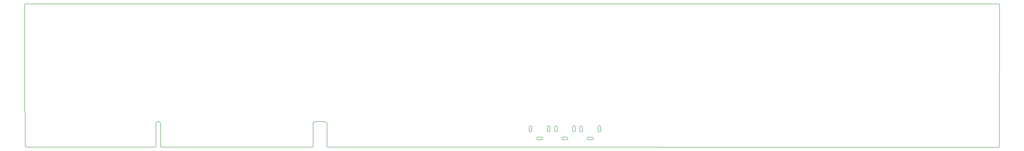
<source format=gbr>
%FSLAX34Y34*%
%MOMM*%
%LNOUTLINE*%
G71*
G01*
%ADD10C,0.150*%
%LPD*%
G54D10*
X550848Y-599081D02*
X550859Y-506609D01*
G54D10*
G75*
G01X570681Y-506609D02*
G03X550881Y-506609I-9900J0D01*
G01*
G54D10*
G75*
G01X547673Y-602256D02*
G03X550848Y-599081I0J3175D01*
G01*
G54D10*
X12400Y-10022D02*
X4029214Y-10024D01*
G54D10*
X547673Y-602256D02*
X15475Y-601859D01*
G54D10*
G75*
G01X12300Y-598684D02*
G03X15475Y-601859I3175J0D01*
G01*
G54D10*
X12300Y-598684D02*
X12300Y-462159D01*
X9125Y-452634D01*
X9225Y-13197D01*
G54D10*
X570681Y-599081D02*
X570670Y-506609D01*
G54D10*
G75*
G01X1196564Y-602256D02*
G03X1199738Y-599081I0J3175D01*
G01*
G54D10*
X1196564Y-602256D02*
X573878Y-601859D01*
G54D10*
G75*
G01X570704Y-598684D02*
G03X573878Y-601859I3174J0D01*
G01*
G54D10*
X1199738Y-599081D02*
X1199750Y-506609D01*
G54D10*
G75*
G01X1209672Y-496709D02*
G03X1199772Y-506609I0J-9900D01*
G01*
G54D10*
X1209672Y-496709D02*
X1247352Y-496708D01*
G54D10*
X1257286Y-599080D02*
X1257274Y-506608D01*
G54D10*
G75*
G01X1257252Y-506608D02*
G03X1247352Y-496708I-9900J0D01*
G01*
G54D10*
G75*
G01X1257286Y-599079D02*
G03X1260462Y-602254I3176J0D01*
G01*
G54D10*
X4028880Y-602653D02*
X1260462Y-602254D01*
G54D10*
G75*
G01X12400Y-10022D02*
G03X9225Y-13197I0J-3175D01*
G01*
G54D10*
G75*
G01X4028880Y-602653D02*
G03X4032056Y-599478I0J3175D01*
G01*
G54D10*
G75*
G01X4032389Y-13199D02*
G03X4029214Y-10024I-3175J0D01*
G01*
G54D10*
X4032389Y-13199D02*
X4032056Y-599478D01*
G54D10*
G75*
G01X2166754Y-534030D02*
G03X2177754Y-534030I5500J0D01*
G01*
G54D10*
G75*
G01X2177754Y-519534D02*
G03X2166754Y-519533I-5500J0D01*
G01*
G54D10*
X2177754Y-534030D02*
X2177754Y-519535D01*
X2177754Y-519534D01*
G54D10*
X2166754Y-534030D02*
X2166754Y-519535D01*
X2166753Y-519534D01*
G54D10*
G75*
G01X2127120Y-560881D02*
G03X2127120Y-571881I0J-5500D01*
G01*
G54D10*
G75*
G01X2141616Y-571880D02*
G03X2141618Y-560880I0J5500D01*
G01*
G54D10*
X2127120Y-571882D02*
X2141615Y-571882D01*
X2141616Y-571880D01*
G54D10*
X2127119Y-560881D02*
X2141614Y-560881D01*
X2141616Y-560881D01*
G54D10*
G75*
G01X2091562Y-534030D02*
G03X2102562Y-534030I5500J0D01*
G01*
G54D10*
G75*
G01X2102562Y-519534D02*
G03X2091562Y-519533I-5500J0D01*
G01*
G54D10*
X2102562Y-534031D02*
X2102562Y-519536D01*
X2102560Y-519535D01*
G54D10*
X2091562Y-534030D02*
X2091562Y-519536D01*
X2091560Y-519534D01*
G54D10*
G75*
G01X2271132Y-534030D02*
G03X2282132Y-534030I5500J0D01*
G01*
G54D10*
G75*
G01X2282132Y-519534D02*
G03X2271132Y-519533I-5500J0D01*
G01*
G54D10*
X2282132Y-534030D02*
X2282133Y-519535D01*
X2282132Y-519534D01*
G54D10*
X2271132Y-534030D02*
X2271132Y-519535D01*
X2271131Y-519534D01*
G54D10*
G75*
G01X2231498Y-560881D02*
G03X2231498Y-571881I0J-5500D01*
G01*
G54D10*
G75*
G01X2245995Y-571880D02*
G03X2245996Y-560880I0J5500D01*
G01*
G54D10*
X2231498Y-571882D02*
X2245994Y-571882D01*
X2245994Y-571880D01*
G54D10*
X2231498Y-560881D02*
X2245993Y-560881D01*
X2245994Y-560881D01*
G54D10*
G75*
G01X2195940Y-534030D02*
G03X2206940Y-534030I5500J0D01*
G01*
G54D10*
G75*
G01X2206940Y-519534D02*
G03X2195940Y-519533I-5500J0D01*
G01*
G54D10*
X2206940Y-534031D02*
X2206940Y-519536D01*
X2206939Y-519535D01*
G54D10*
X2195940Y-534030D02*
X2195940Y-519536D01*
X2195939Y-519534D01*
G54D10*
G75*
G01X2375508Y-534030D02*
G03X2386508Y-534030I5500J0D01*
G01*
G54D10*
G75*
G01X2386508Y-519534D02*
G03X2375508Y-519533I-5500J0D01*
G01*
G54D10*
X2386509Y-534030D02*
X2386510Y-519535D01*
X2386508Y-519534D01*
G54D10*
X2375509Y-534030D02*
X2375509Y-519535D01*
X2375508Y-519534D01*
G54D10*
G75*
G01X2335875Y-560881D02*
G03X2335875Y-571881I0J-5500D01*
G01*
G54D10*
G75*
G01X2350372Y-571880D02*
G03X2350372Y-560880I0J5500D01*
G01*
G54D10*
X2335875Y-571881D02*
X2350370Y-571881D01*
X2350371Y-571880D01*
G54D10*
X2335874Y-560881D02*
X2350370Y-560880D01*
X2350371Y-560880D01*
G54D10*
G75*
G01X2300317Y-534030D02*
G03X2311317Y-534030I5500J0D01*
G01*
G54D10*
G75*
G01X2311316Y-519534D02*
G03X2300316Y-519533I-5500J0D01*
G01*
G54D10*
X2311316Y-534030D02*
X2311317Y-519535D01*
X2311316Y-519534D01*
G54D10*
X2300316Y-534030D02*
X2300316Y-519535D01*
X2300316Y-519534D01*
M02*

</source>
